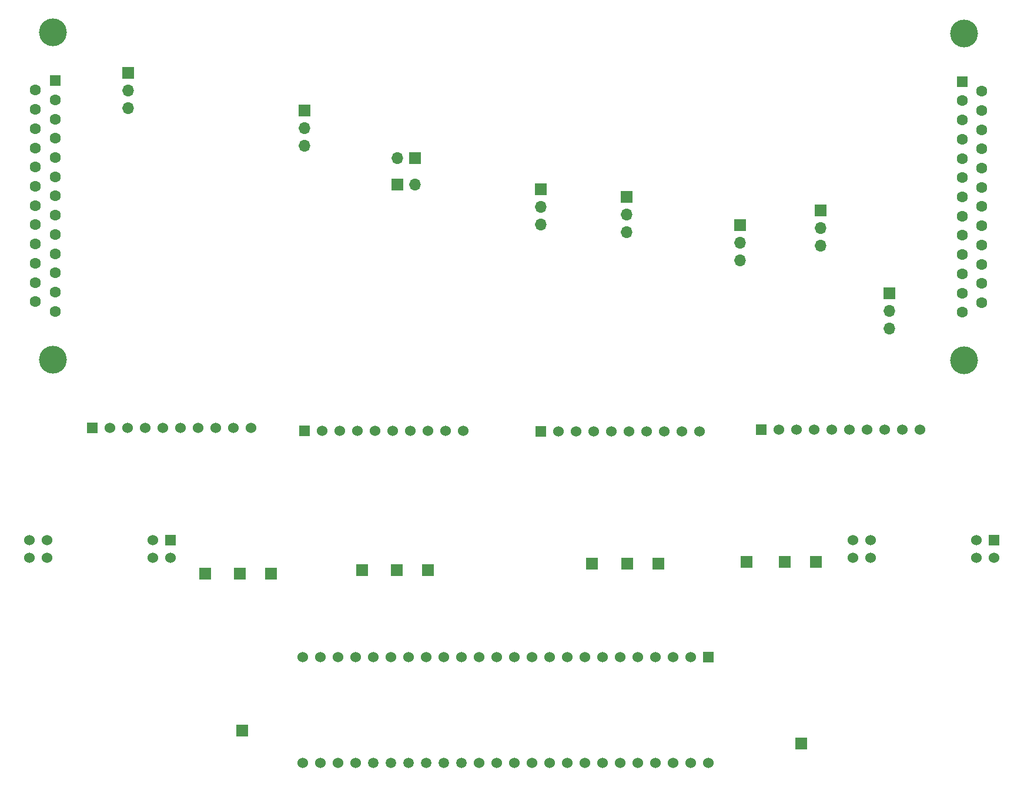
<source format=gbr>
%TF.GenerationSoftware,KiCad,Pcbnew,8.0.6*%
%TF.CreationDate,2024-11-17T16:48:14-08:00*%
%TF.ProjectId,DFboard,4446626f-6172-4642-9e6b-696361645f70,Rev0.1*%
%TF.SameCoordinates,Original*%
%TF.FileFunction,Soldermask,Bot*%
%TF.FilePolarity,Negative*%
%FSLAX46Y46*%
G04 Gerber Fmt 4.6, Leading zero omitted, Abs format (unit mm)*
G04 Created by KiCad (PCBNEW 8.0.6) date 2024-11-17 16:48:14*
%MOMM*%
%LPD*%
G01*
G04 APERTURE LIST*
%ADD10R,1.700000X1.700000*%
%ADD11O,1.700000X1.700000*%
%ADD12R,1.524000X1.524000*%
%ADD13C,1.524000*%
%ADD14C,4.000000*%
%ADD15R,1.600000X1.600000*%
%ADD16C,1.600000*%
%ADD17C,1.514000*%
G04 APERTURE END LIST*
D10*
%TO.C,JP5*%
X111379000Y-42164000D03*
D11*
X111379000Y-44704000D03*
X111379000Y-47244000D03*
%TD*%
D10*
%TO.C,TP9*%
X115926000Y-94996000D03*
%TD*%
D12*
%TO.C,U6*%
X164338000Y-91567000D03*
D13*
X161798000Y-91567000D03*
X146558000Y-91567000D03*
X144018000Y-91567000D03*
X144018000Y-94107000D03*
X146558000Y-94107000D03*
X161798000Y-94107000D03*
X164338000Y-94107000D03*
%TD*%
D10*
%TO.C,JP1*%
X39624000Y-24257000D03*
D11*
X39624000Y-26797000D03*
X39624000Y-29337000D03*
%TD*%
D10*
%TO.C,TP10*%
X138651000Y-94742000D03*
%TD*%
D12*
%TO.C,U4*%
X99060000Y-75931000D03*
D13*
X101600000Y-75931000D03*
X104140000Y-75931000D03*
X106680000Y-75931000D03*
X109220000Y-75931000D03*
X111760000Y-75931000D03*
X114300000Y-75931000D03*
X116840000Y-75931000D03*
X119380000Y-75931000D03*
X121920000Y-75931000D03*
%TD*%
D10*
%TO.C,JP4*%
X127762000Y-46243000D03*
D11*
X127762000Y-48783000D03*
X127762000Y-51323000D03*
%TD*%
D10*
%TO.C,TP2*%
X50673000Y-96393000D03*
%TD*%
D14*
%TO.C,J1*%
X28783000Y-18470000D03*
X28783000Y-65570000D03*
D15*
X29083000Y-25400000D03*
D16*
X29083000Y-28170000D03*
X29083000Y-30940000D03*
X29083000Y-33710000D03*
X29083000Y-36480000D03*
X29083000Y-39250000D03*
X29083000Y-42020000D03*
X29083000Y-44790000D03*
X29083000Y-47560000D03*
X29083000Y-50330000D03*
X29083000Y-53100000D03*
X29083000Y-55870000D03*
X29083000Y-58640000D03*
X26243000Y-26785000D03*
X26243000Y-29555000D03*
X26243000Y-32325000D03*
X26243000Y-35095000D03*
X26243000Y-37865000D03*
X26243000Y-40635000D03*
X26243000Y-43405000D03*
X26243000Y-46175000D03*
X26243000Y-48945000D03*
X26243000Y-51715000D03*
X26243000Y-54485000D03*
X26243000Y-57255000D03*
%TD*%
D14*
%TO.C,J2*%
X160020000Y-65709000D03*
X160020000Y-18609000D03*
D15*
X159720000Y-25539000D03*
D16*
X159720000Y-28309000D03*
X159720000Y-31079000D03*
X159720000Y-33849000D03*
X159720000Y-36619000D03*
X159720000Y-39389000D03*
X159720000Y-42159000D03*
X159720000Y-44929000D03*
X159720000Y-47699000D03*
X159720000Y-50469000D03*
X159720000Y-53239000D03*
X159720000Y-56009000D03*
X159720000Y-58779000D03*
X162560000Y-26924000D03*
X162560000Y-29694000D03*
X162560000Y-32464000D03*
X162560000Y-35234000D03*
X162560000Y-38004000D03*
X162560000Y-40774000D03*
X162560000Y-43544000D03*
X162560000Y-46314000D03*
X162560000Y-49084000D03*
X162560000Y-51854000D03*
X162560000Y-54624000D03*
X162560000Y-57394000D03*
%TD*%
D10*
%TO.C,TP1*%
X55673000Y-96393000D03*
%TD*%
%TO.C,TP3*%
X78279000Y-95885000D03*
%TD*%
D12*
%TO.C,U1*%
X45720000Y-91567000D03*
D13*
X43180000Y-91567000D03*
X27940000Y-91567000D03*
X25400000Y-91567000D03*
X25400000Y-94107000D03*
X27940000Y-94107000D03*
X43180000Y-94107000D03*
X45720000Y-94107000D03*
%TD*%
D10*
%TO.C,TP11*%
X82779000Y-95885000D03*
%TD*%
D12*
%TO.C,J13*%
X123190000Y-108458000D03*
D13*
X120650000Y-108458000D03*
X118110000Y-108458000D03*
X115570000Y-108458000D03*
X113030000Y-108458000D03*
X110490000Y-108458000D03*
X107950000Y-108458000D03*
X105410000Y-108458000D03*
X102870000Y-108458000D03*
X100330000Y-108458000D03*
X97790000Y-108458000D03*
X95250000Y-108458000D03*
X92710000Y-108458000D03*
X90170000Y-108458000D03*
X87630000Y-108458000D03*
X85090000Y-108458000D03*
X82550000Y-108458000D03*
X80010000Y-108458000D03*
X77470000Y-108458000D03*
X74930000Y-108458000D03*
X72390000Y-108458000D03*
X69850000Y-108458000D03*
X67310000Y-108458000D03*
X64770000Y-108458000D03*
X64770000Y-123698000D03*
X67310000Y-123698000D03*
X69850000Y-123698000D03*
X72390000Y-123698000D03*
D17*
X74930000Y-123698000D03*
X77470000Y-123698000D03*
X80010000Y-123698000D03*
X82550000Y-123698000D03*
X85090000Y-123698000D03*
X87630000Y-123698000D03*
D13*
X90170000Y-123698000D03*
X92710000Y-123698000D03*
X95250000Y-123698000D03*
X97790000Y-123698000D03*
X100330000Y-123698000D03*
X102870000Y-123698000D03*
X105410000Y-123698000D03*
X107950000Y-123698000D03*
X110490000Y-123698000D03*
X113030000Y-123698000D03*
X115570000Y-123698000D03*
X118110000Y-123698000D03*
X120650000Y-123698000D03*
X123190000Y-123698000D03*
%TD*%
D10*
%TO.C,TP14*%
X136525000Y-120904000D03*
%TD*%
D12*
%TO.C,U2*%
X34417000Y-75438000D03*
D13*
X36957000Y-75438000D03*
X39497000Y-75438000D03*
X42037000Y-75438000D03*
X44577000Y-75438000D03*
X47117000Y-75438000D03*
X49657000Y-75438000D03*
X52197000Y-75438000D03*
X54737000Y-75438000D03*
X57277000Y-75438000D03*
%TD*%
D10*
%TO.C,TP5*%
X111426000Y-94996000D03*
%TD*%
%TO.C,JP9*%
X80899000Y-36576000D03*
D11*
X78359000Y-36576000D03*
%TD*%
D12*
%TO.C,U5*%
X130810000Y-75677000D03*
D13*
X133350000Y-75677000D03*
X135890000Y-75677000D03*
X138430000Y-75677000D03*
X140970000Y-75677000D03*
X143510000Y-75677000D03*
X146050000Y-75677000D03*
X148590000Y-75677000D03*
X151130000Y-75677000D03*
X153670000Y-75677000D03*
%TD*%
D10*
%TO.C,JP2*%
X65024000Y-29718000D03*
D11*
X65024000Y-32258000D03*
X65024000Y-34798000D03*
%TD*%
D10*
%TO.C,TP12*%
X60173000Y-96393000D03*
%TD*%
%TO.C,TP7*%
X134151000Y-94742000D03*
%TD*%
%TO.C,TP13*%
X56007000Y-118999000D03*
%TD*%
%TO.C,JP8*%
X78359000Y-40386000D03*
D11*
X80899000Y-40386000D03*
%TD*%
D10*
%TO.C,TP8*%
X128651000Y-94742000D03*
%TD*%
%TO.C,JP6*%
X139319000Y-44069000D03*
D11*
X139319000Y-46609000D03*
X139319000Y-49149000D03*
%TD*%
D12*
%TO.C,U3*%
X65024000Y-75819000D03*
D13*
X67564000Y-75819000D03*
X70104000Y-75819000D03*
X72644000Y-75819000D03*
X75184000Y-75819000D03*
X77724000Y-75819000D03*
X80264000Y-75819000D03*
X82804000Y-75819000D03*
X85344000Y-75819000D03*
X87884000Y-75819000D03*
%TD*%
D10*
%TO.C,JP7*%
X149225000Y-56022000D03*
D11*
X149225000Y-58562000D03*
X149225000Y-61102000D03*
%TD*%
D10*
%TO.C,TP4*%
X73279000Y-95885000D03*
%TD*%
%TO.C,JP3*%
X99060000Y-41036000D03*
D11*
X99060000Y-43576000D03*
X99060000Y-46116000D03*
%TD*%
D10*
%TO.C,TP6*%
X106426000Y-94996000D03*
%TD*%
M02*

</source>
